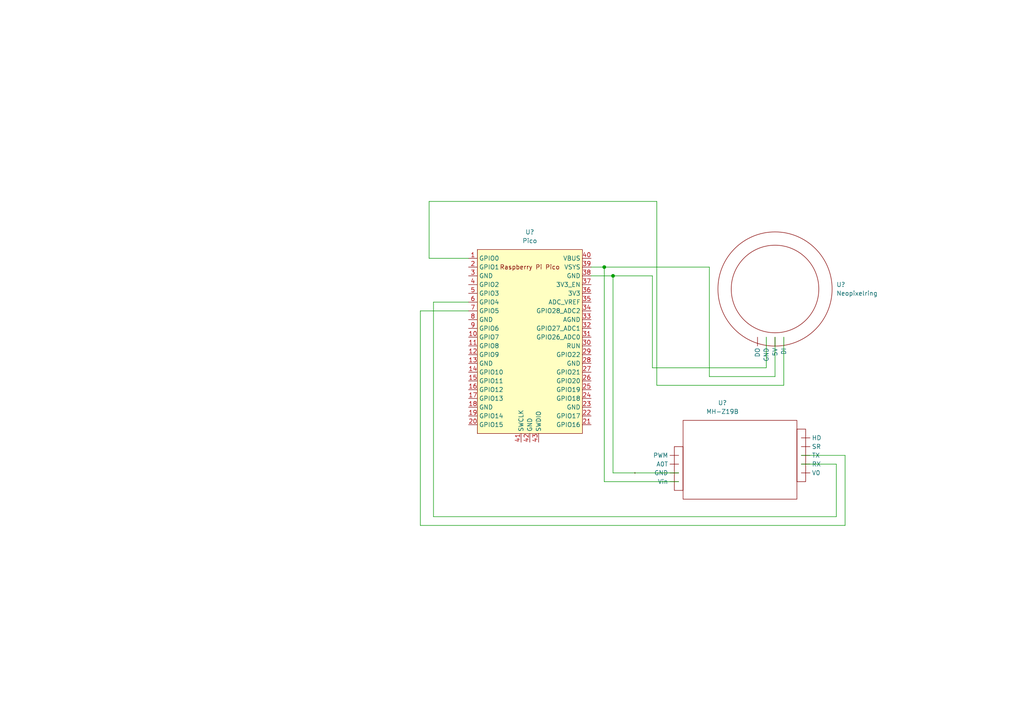
<source format=kicad_sch>
(kicad_sch (version 20211123) (generator eeschema)
  (paper "A4")
  (lib_symbols
    (symbol "MCU_RaspberryPi_and_Boards:Pico"
      (property "Reference" "U" (at -13.97 27.94 0))
      (property "Value" "Pico" (at 0 19.05 0))
      (symbol "Pico_0_0"
        (text "Raspberry Pi Pico" (at 0 21.59 0) (effects (font (size 1.27 1.27))))
      )
      (symbol "Pico_0_1"
        (rectangle (start -15.24 26.67) (end 15.24 -26.67) (fill (type background)))
      )
      (symbol "Pico_1_1"
        (pin bidirectional line (at -17.78 24.13 0) (length 2.54) (name "GPIO0") (number "1"))
        (pin bidirectional line (at -17.78 1.27 0) (length 2.54) (name "GPIO7") (number "10"))
        (pin bidirectional line (at -17.78 -1.27 0) (length 2.54) (name "GPIO8") (number "11"))
        (pin bidirectional line (at -17.78 -3.81 0) (length 2.54) (name "GPIO9") (number "12"))
        (pin power_in line (at -17.78 -6.35 0) (length 2.54) (name "GND") (number "13"))
        (pin bidirectional line (at -17.78 -8.89 0) (length 2.54) (name "GPIO10") (number "14"))
        (pin bidirectional line (at -17.78 -11.43 0) (length 2.54) (name "GPIO11") (number "15"))
        (pin bidirectional line (at -17.78 -13.97 0) (length 2.54) (name "GPIO12") (number "16"))
        (pin bidirectional line (at -17.78 -16.51 0) (length 2.54) (name "GPIO13") (number "17"))
        (pin power_in line (at -17.78 -19.05 0) (length 2.54) (name "GND") (number "18"))
        (pin bidirectional line (at -17.78 -21.59 0) (length 2.54) (name "GPIO14") (number "19"))
        (pin bidirectional line (at -17.78 21.59 0) (length 2.54) (name "GPIO1") (number "2"))
        (pin bidirectional line (at -17.78 -24.13 0) (length 2.54) (name "GPIO15") (number "20"))
        (pin bidirectional line (at 17.78 -24.13 180) (length 2.54) (name "GPIO16") (number "21"))
        (pin bidirectional line (at 17.78 -21.59 180) (length 2.54) (name "GPIO17") (number "22"))
        (pin power_in line (at 17.78 -19.05 180) (length 2.54) (name "GND") (number "23"))
        (pin bidirectional line (at 17.78 -16.51 180) (length 2.54) (name "GPIO18") (number "24"))
        (pin bidirectional line (at 17.78 -13.97 180) (length 2.54) (name "GPIO19") (number "25"))
        (pin bidirectional line (at 17.78 -11.43 180) (length 2.54) (name "GPIO20") (number "26"))
        (pin bidirectional line (at 17.78 -8.89 180) (length 2.54) (name "GPIO21") (number "27"))
        (pin power_in line (at 17.78 -6.35 180) (length 2.54) (name "GND") (number "28"))
        (pin bidirectional line (at 17.78 -3.81 180) (length 2.54) (name "GPIO22") (number "29"))
        (pin power_in line (at -17.78 19.05 0) (length 2.54) (name "GND") (number "3"))
        (pin input line (at 17.78 -1.27 180) (length 2.54) (name "RUN") (number "30"))
        (pin bidirectional line (at 17.78 1.27 180) (length 2.54) (name "GPIO26_ADC0") (number "31"))
        (pin bidirectional line (at 17.78 3.81 180) (length 2.54) (name "GPIO27_ADC1") (number "32"))
        (pin power_in line (at 17.78 6.35 180) (length 2.54) (name "AGND") (number "33"))
        (pin bidirectional line (at 17.78 8.89 180) (length 2.54) (name "GPIO28_ADC2") (number "34"))
        (pin power_in line (at 17.78 11.43 180) (length 2.54) (name "ADC_VREF") (number "35"))
        (pin power_in line (at 17.78 13.97 180) (length 2.54) (name "3V3") (number "36"))
        (pin input line (at 17.78 16.51 180) (length 2.54) (name "3V3_EN") (number "37"))
        (pin bidirectional line (at 17.78 19.05 180) (length 2.54) (name "GND") (number "38"))
        (pin power_in line (at 17.78 21.59 180) (length 2.54) (name "VSYS") (number "39"))
        (pin bidirectional line (at -17.78 16.51 0) (length 2.54) (name "GPIO2") (number "4"))
        (pin power_in line (at 17.78 24.13 180) (length 2.54) (name "VBUS") (number "40"))
        (pin input line (at -2.54 -29.21 90) (length 2.54) (name "SWCLK") (number "41"))
        (pin power_in line (at 0 -29.21 90) (length 2.54) (name "GND") (number "42"))
        (pin bidirectional line (at 2.54 -29.21 90) (length 2.54) (name "SWDIO") (number "43"))
        (pin bidirectional line (at -17.78 13.97 0) (length 2.54) (name "GPIO3") (number "5"))
        (pin bidirectional line (at -17.78 11.43 0) (length 2.54) (name "GPIO4") (number "6"))
        (pin bidirectional line (at -17.78 8.89 0) (length 2.54) (name "GPIO5") (number "7"))
        (pin power_in line (at -17.78 6.35 0) (length 2.54) (name "GND") (number "8"))
        (pin bidirectional line (at -17.78 3.81 0) (length 2.54) (name "GPIO6") (number "9"))
      )
    )
    (symbol "Peer_custom:MH-Z19B"
      (property "Reference" "U" (at 1.27 -15.24 0))
      (property "Value" "MH-Z19B" (at 1.27 -17.78 0))
      (symbol "MH-Z19B_0_1"
        (rectangle (start -29.21 -20.32) (end -29.21 -20.32))
        (rectangle (start -29.21 -20.32) (end -29.21 -20.32))
        (rectangle (start -29.21 -20.32) (end -29.21 -20.32))
        (rectangle (start -29.21 -20.32) (end -29.21 -20.32))
        (rectangle (start -29.21 -20.32) (end -29.21 -20.32))
        (circle (center -29.21 -20.32) (radius 0.0001))
        (circle (center -29.21 -20.32) (radius 0.0001))
        (circle (center -29.21 -20.32) (radius 0.0001))
        (rectangle (start -20.32 -20.32) (end -20.32 -20.32))
        (rectangle (start -20.32 -20.32) (end -20.32 -20.32))
        (rectangle (start -20.32 -20.32) (end -20.32 -20.32))
        (rectangle (start -20.32 -20.32) (end -20.32 -20.32))
        (rectangle (start -20.32 -20.32) (end -20.32 -20.32))
        (rectangle (start -20.32 -20.32) (end -20.32 -20.32))
        (rectangle (start -17.78 -12.7) (end -15.24 -25.4))
        (rectangle (start -15.24 -5.08) (end 17.78 -27.94))
        (rectangle (start 17.78 -7.62) (end 20.32 -22.86))
      )
      (symbol "MH-Z19B_1_1"
        (pin input line (at -16.51 -17.78 180) (length 2.54) (name "A0T") (number ""))
        (pin output line (at -16.51 -20.32 180) (length 2.54) (name "GND") (number ""))
        (pin input line (at 19.05 -10.16 0) (length 2.54) (name "HD") (number ""))
        (pin input line (at -16.51 -15.24 180) (length 2.54) (name "PWM") (number ""))
        (pin input line (at 19.05 -17.78 0) (length 2.54) (name "RX") (number ""))
        (pin input line (at 19.05 -12.7 0) (length 2.54) (name "SR") (number ""))
        (pin output line (at 19.05 -15.24 0) (length 2.54) (name "TX") (number ""))
        (pin output line (at 19.05 -20.32 0) (length 2.54) (name "V0") (number ""))
        (pin input line (at -16.51 -22.86 180) (length 2.54) (name "Vin") (number ""))
      )
    )
    (symbol "Peer_custom:Neopixelring"
      (property "Reference" "U" (at 0 3.81 0))
      (property "Value" "Neopixelring" (at 0 0 0))
      (symbol "Neopixelring_0_1"
        (circle (center 0 0) (radius 16.5588))
        (circle (center 0 0) (radius 12.7))
      )
      (symbol "Neopixelring_1_1"
        (pin input line (at 0 -13.97 270) (length 2.54) (name "5V") (number ""))
        (pin input line (at 2.54 -13.97 270) (length 2.54) (name "DI") (number ""))
        (pin output line (at -5.08 -13.97 270) (length 2.54) (name "DO") (number ""))
        (pin input line (at -2.54 -13.97 270) (length 2.54) (name "GND") (number ""))
      )
    )
  )
  (junction (at 175.26 77.47))
  (junction (at 177.8 80.01))
  (wire (pts (xy 205.74 109.22) (xy 224.79 109.22)))
  (wire (pts (xy 190.5 111.76) (xy 227.33 111.76)))
  (wire (pts (xy 245.11 132.08) (xy 245.11 152.4)))
  (wire (pts (xy 189.23 80.01) (xy 177.8 80.01)))
  (wire (pts (xy 242.57 134.62) (xy 242.57 149.86)))
  (wire (pts (xy 245.11 152.4) (xy 121.92 152.4)))
  (wire (pts (xy 121.92 90.17) (xy 121.92 152.4)))
  (wire (pts (xy 189.23 106.68) (xy 222.25 106.68)))
  (wire (pts (xy 232.41 132.08) (xy 245.11 132.08)))
  (wire (pts (xy 124.46 58.42) (xy 124.46 74.93)))
  (wire (pts (xy 175.26 77.47) (xy 175.26 139.7)))
  (wire (pts (xy 177.8 80.01) (xy 171.45 80.01)))
  (wire (pts (xy 224.79 109.22) (xy 224.79 97.79)))
  (wire (pts (xy 175.26 139.7) (xy 196.85 139.7)))
  (wire (pts (xy 125.73 87.63) (xy 135.89 87.63)))
  (wire (pts (xy 242.57 149.86) (xy 125.73 149.86)))
  (wire (pts (xy 205.74 77.47) (xy 205.74 109.22)))
  (wire (pts (xy 227.33 111.76) (xy 227.33 97.79)))
  (wire (pts (xy 190.5 58.42) (xy 124.46 58.42)))
  (wire (pts (xy 177.8 80.01) (xy 177.8 137.16)))
  (wire (pts (xy 189.23 106.68) (xy 189.23 80.01)))
  (wire (pts (xy 190.5 58.42) (xy 190.5 111.76)))
  (wire (pts (xy 222.25 97.79) (xy 222.25 106.68)))
  (wire (pts (xy 232.41 134.62) (xy 242.57 134.62)))
  (wire (pts (xy 177.8 137.16) (xy 196.85 137.16)))
  (wire (pts (xy 124.46 74.93) (xy 135.89 74.93)))
  (wire (pts (xy 171.45 77.47) (xy 175.26 77.47)))
  (wire (pts (xy 175.26 77.47) (xy 205.74 77.47)))
  (wire (pts (xy 125.73 149.86) (xy 125.73 87.63)))
  (wire (pts (xy 121.92 90.17) (xy 135.89 90.17)))
  (symbol (lib_id "Peer_custom:Neopixelring") (at 224.79 83.82 0) (unit 1)
    (property "Reference" "U?" (at 242.57 82.5499 0) (effects (justify left)))
    (property "Value" "Neopixelring" (at 242.57 85.0899 0) (effects (justify left)))
  )
  (symbol (lib_id "MCU_RaspberryPi_and_Boards:Pico") (at 153.67 99.06 0) (unit 1)
    (property "Reference" "U?" (at 153.67 67.31 0))
    (property "Value" "Pico" (at 153.67 69.85 0))
    (property "Footprint" "RPi_Pico:RPi_Pico_SMD_TH" (effects hide))
  )
  (symbol (lib_id "Peer_custom:MH-Z19B") (at 213.36 116.84 0) (unit 1)
    (property "Reference" "U?" (at 209.5499 116.84 0))
    (property "Value" "MH-Z19B" (at 209.5499 119.38 0))
  )
)
</source>
